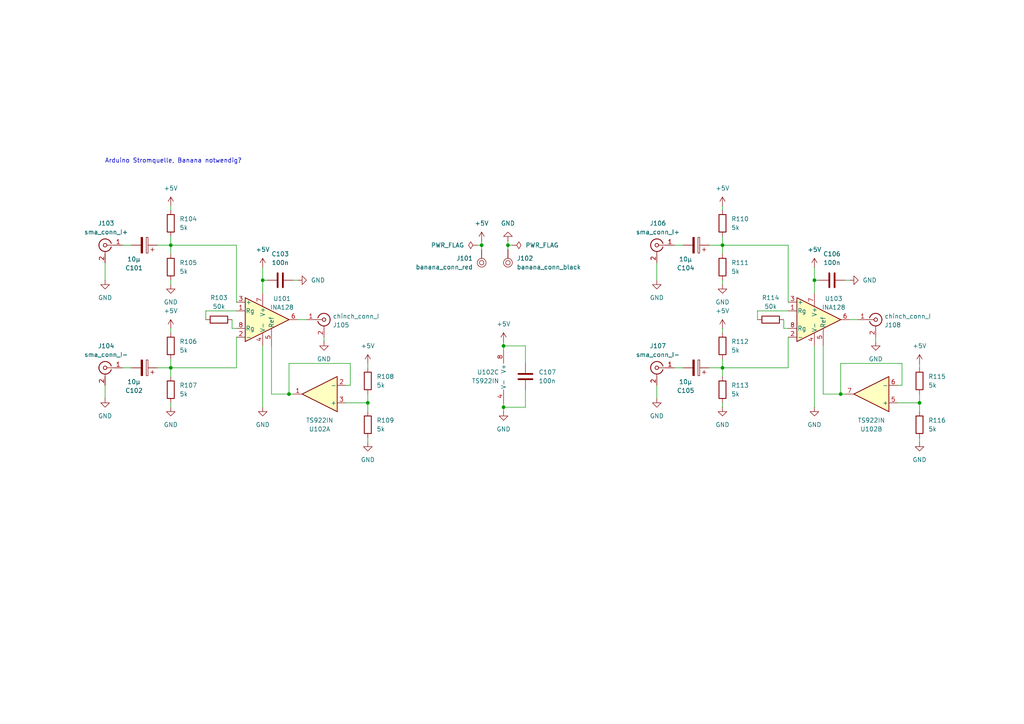
<source format=kicad_sch>
(kicad_sch (version 20250114) (generator "eeschema") (generator_version "9.0")
  (paper "A4")
  (lib_symbols
    (symbol "Amplifier_Instrumentation:INA128" (pin_names (offset 0.127))
      (property "Reference" "U" (at 3.81 3.175 0))
      (property "Value" "INA128" (at 3.81 -3.175 0))
      (symbol "INA128_0_1"
        (polyline (pts (xy 7.62 0) (xy -5.08 6.35) (xy -5.08 -6.35) (xy 7.62 0)) (stroke (width 0.254)) (fill (type background)))
      )
      (symbol "INA128_1_1"
        (pin input line (at -7.62 5.08 0) (length 2.54) (name "+") (number "3"))
        (pin passive line (at -7.62 2.54 0) (length 2.54) (name "Rg") (number "1"))
        (pin passive line (at -7.62 -2.54 0) (length 2.54) (name "Rg") (number "8"))
        (pin input line (at -7.62 -5.08 0) (length 2.54) (name "-") (number "2"))
        (pin power_in line (at 0 7.62 270) (length 3.81) (name "V+") (number "7"))
        (pin power_in line (at 0 -7.62 90) (length 3.81) (name "V-") (number "4"))
        (pin input line (at 2.54 -7.62 90) (length 5.08) (name "Ref") (number "5"))
        (pin output line (at 10.16 0 180) (length 2.54) (name "~") (number "6"))
      )
    )
    (symbol "Connector:Conn_Coaxial" (pin_names (offset 1.016) (hide yes))
      (property "Reference" "J" (at 0.254 3.048 0))
      (property "Value" "Conn_Coaxial" (at 2.921 0 90))
      (symbol "Conn_Coaxial_0_1"
        (polyline (pts (xy -2.54 0) (xy -0.508 0)))
        (arc (start 1.778 0) (mid 0.222 -1.8079) (end -1.778 -0.508) (stroke (width 0.254)))
        (arc (start -1.778 0.508) (mid 0.2221 1.8084) (end 1.778 0) (stroke (width 0.254)))
        (circle (center 0 0) (radius 0.508) (stroke (width 0.2032)))
        (polyline (pts (xy 0 -2.54) (xy 0 -1.778)))
      )
      (symbol "Conn_Coaxial_1_1"
        (pin passive line (at -5.08 0 0) (length 2.54) (name "In") (number "1"))
        (pin passive line (at 0 -5.08 90) (length 2.54) (name "Ext") (number "2"))
      )
    )
    (symbol "Device:C" (pin_numbers (hide yes)) (pin_names (offset 0.254))
      (property "Reference" "C" (at 0.635 2.54 0))
      (property "Value" "C" (at 0.635 -2.54 0))
      (symbol "C_0_1"
        (polyline (pts (xy -2.032 0.762) (xy 2.032 0.762)) (stroke (width 0.508)))
        (polyline (pts (xy -2.032 -0.762) (xy 2.032 -0.762)) (stroke (width 0.508)))
      )
      (symbol "C_1_1"
        (pin passive line (at 0 3.81 270) (length 2.794) (name "~") (number "1"))
        (pin passive line (at 0 -3.81 90) (length 2.794) (name "~") (number "2"))
      )
    )
    (symbol "Device:C_Polarized" (pin_numbers (hide yes)) (pin_names (offset 0.254))
      (property "Reference" "C" (at 0.635 2.54 0))
      (property "Value" "C_Polarized" (at 0.635 -2.54 0))
      (symbol "C_Polarized_0_1"
        (rectangle (start -2.286 0.508) (end 2.286 1.016))
        (polyline (pts (xy -1.778 2.286) (xy -0.762 2.286)))
        (polyline (pts (xy -1.27 2.794) (xy -1.27 1.778)))
        (rectangle (start 2.286 -0.508) (end -2.286 -1.016) (fill (type outline)))
      )
      (symbol "C_Polarized_1_1"
        (pin passive line (at 0 3.81 270) (length 2.794) (name "~") (number "1"))
        (pin passive line (at 0 -3.81 90) (length 2.794) (name "~") (number "2"))
      )
    )
    (symbol "Device:R" (pin_numbers (hide yes)) (pin_names (offset 0))
      (property "Reference" "R" (at 2.032 0 90))
      (property "Value" "R" (at 0 0 90))
      (symbol "R_0_1"
        (rectangle (start -1.016 -2.54) (end 1.016 2.54) (stroke (width 0.254)))
      )
      (symbol "R_1_1"
        (pin passive line (at 0 3.81 270) (length 1.27) (name "~") (number "1"))
        (pin passive line (at 0 -3.81 90) (length 1.27) (name "~") (number "2"))
      )
    )
    (symbol "TS922IN_Own:TS922IN" (pin_names (offset 0.127))
      (property "Reference" "U" (at 0 5.08 0))
      (property "Value" "TS922IN" (at 0 -5.08 0))
      (symbol "TS922IN_1_1"
        (polyline (pts (xy -5.08 5.08) (xy 5.08 0) (xy -5.08 -5.08) (xy -5.08 5.08)) (stroke (width 0.254)) (fill (type background)))
        (pin input line (at -7.62 2.54 0) (length 2.54) (name "+") (number "3"))
        (pin input line (at -7.62 -2.54 0) (length 2.54) (name "-") (number "2"))
        (pin output line (at 7.62 0 180) (length 2.54) (name "~") (number "1"))
      )
      (symbol "TS922IN_2_1"
        (polyline (pts (xy -5.08 5.08) (xy 5.08 0) (xy -5.08 -5.08) (xy -5.08 5.08)) (stroke (width 0.254)) (fill (type background)))
        (pin input line (at -7.62 2.54 0) (length 2.54) (name "+") (number "5"))
        (pin input line (at -7.62 -2.54 0) (length 2.54) (name "-") (number "6"))
        (pin output line (at 7.62 0 180) (length 2.54) (name "~") (number "7"))
      )
      (symbol "TS922IN_3_1"
        (pin power_in line (at -2.54 7.62 270) (length 3.81) (name "V+") (number "8"))
        (pin power_in line (at -2.54 -7.62 90) (length 3.81) (name "V-") (number "4"))
      )
    )
    (symbol "dk_Banana-and-Tip-Connectors-Jacks-Plugs:105-1102-001" (pin_numbers (hide yes)) (pin_names (offset 1.016) (hide yes))
      (property "Reference" "J" (at -1.27 1.27 0))
      (property "Value" "105-1102-001" (at 1.27 -2.54 0))
      (symbol "105-1102-001_0_1"
        (circle (center 0 0) (radius 1.27))
      )
      (symbol "105-1102-001_1_1"
        (circle (center 0 0) (radius 0.635))
        (pin passive line (at 0 -3.81 90) (length 2.54) (name "~") (number "1"))
      )
    )
    (symbol "dk_Banana-and-Tip-Connectors-Jacks-Plugs:105-1103-001" (pin_numbers (hide yes)) (pin_names (offset 1.016) (hide yes))
      (property "Reference" "J" (at -1.27 1.27 0))
      (property "Value" "105-1103-001" (at 1.27 -2.54 0))
      (symbol "105-1103-001_1_1"
        (circle (center 0 0) (radius 0.635))
        (circle (center 0 0) (radius 1.27))
        (pin passive line (at 0 -3.81 90) (length 2.54) (name "~") (number "1"))
      )
    )
    (symbol "power:+5V" (power) (pin_numbers (hide yes)) (pin_names (offset 0) (hide yes))
      (property "Value" "+5V" (at 0 3.556 0))
      (symbol "+5V_0_1"
        (polyline (pts (xy -0.762 1.27) (xy 0 2.54)))
        (polyline (pts (xy 0 2.54) (xy 0.762 1.27)))
        (polyline (pts (xy 0 0) (xy 0 2.54)))
      )
      (symbol "+5V_1_1"
        (pin power_in line (at 0 0 90) (length 0) (name "~") (number "1"))
      )
    )
    (symbol "power:GND" (power) (pin_numbers (hide yes)) (pin_names (offset 0) (hide yes))
      (property "Value" "GND" (at 0 -3.81 0))
      (symbol "GND_0_1"
        (polyline (pts (xy 0 0) (xy 0 -1.27) (xy 1.27 -1.27) (xy 0 -2.54) (xy -1.27 -1.27) (xy 0 -1.27)))
      )
      (symbol "GND_1_1"
        (pin power_in line (at 0 0 270) (length 0) (name "~") (number "1"))
      )
    )
    (symbol "power:PWR_FLAG" (power) (pin_numbers (hide yes)) (pin_names (offset 0) (hide yes))
      (property "Value" "PWR_FLAG" (at 0 3.81 0))
      (symbol "PWR_FLAG_0_0"
        (pin power_out line (at 0 0 90) (length 0) (name "~") (number "1"))
      )
      (symbol "PWR_FLAG_0_1"
        (polyline (pts (xy 0 0) (xy 0 1.27) (xy -1.016 1.905) (xy 0 2.54) (xy 1.016 1.905) (xy 0 1.27)))
      )
    )
  )
  (text "Arduino Stromquelle, Banana notwendig?\n" (at 50.292 46.736 0) (effects (font (size 1.27 1.27))))
  (junction (at 146.05 118.11))
  (junction (at 106.68 116.84))
  (junction (at 266.7 116.84))
  (junction (at 49.53 106.68))
  (junction (at 147.32 71.12))
  (junction (at 209.55 71.12))
  (junction (at 76.2 81.28))
  (junction (at 243.84 114.3))
  (junction (at 209.55 106.68))
  (junction (at 236.22 81.28))
  (junction (at 146.05 100.33))
  (junction (at 83.82 114.3))
  (junction (at 139.7 71.12))
  (junction (at 49.53 71.12))
  (wire (pts (xy 266.7 127) (xy 266.7 128.27)))
  (wire (pts (xy 209.55 104.14) (xy 209.55 106.68)))
  (wire (pts (xy 209.55 59.69) (xy 209.55 60.96)))
  (wire (pts (xy 236.22 100.33) (xy 236.22 118.11)))
  (wire (pts (xy 83.82 114.3) (xy 83.82 105.41)))
  (wire (pts (xy 205.74 106.68) (xy 209.55 106.68)))
  (wire (pts (xy 152.4 113.03) (xy 152.4 118.11)))
  (wire (pts (xy 93.98 97.79) (xy 93.98 99.06)))
  (wire (pts (xy 76.2 100.33) (xy 76.2 118.11)))
  (wire (pts (xy 209.55 106.68) (xy 228.6 106.68)))
  (wire (pts (xy 261.62 105.41) (xy 261.62 111.76)))
  (wire (pts (xy 152.4 100.33) (xy 152.4 105.41)))
  (wire (pts (xy 49.53 68.58) (xy 49.53 71.12)))
  (wire (pts (xy 219.71 92.71) (xy 219.71 90.17)))
  (wire (pts (xy 76.2 77.47) (xy 76.2 81.28)))
  (wire (pts (xy 243.84 105.41) (xy 261.62 105.41)))
  (wire (pts (xy 209.55 106.68) (xy 209.55 109.22)))
  (wire (pts (xy 190.5 111.76) (xy 190.5 115.57)))
  (wire (pts (xy 236.22 81.28) (xy 237.49 81.28)))
  (wire (pts (xy 243.84 114.3) (xy 238.76 114.3)))
  (wire (pts (xy 209.55 95.25) (xy 209.55 96.52)))
  (wire (pts (xy 227.33 95.25) (xy 228.6 95.25)))
  (wire (pts (xy 243.84 114.3) (xy 245.11 114.3)))
  (wire (pts (xy 106.68 127) (xy 106.68 128.27)))
  (wire (pts (xy 138.43 71.12) (xy 139.7 71.12)))
  (wire (pts (xy 76.2 81.28) (xy 76.2 85.09)))
  (wire (pts (xy 30.48 76.2) (xy 30.48 81.28)))
  (wire (pts (xy 260.35 116.84) (xy 266.7 116.84)))
  (wire (pts (xy 49.53 106.68) (xy 49.53 109.22)))
  (wire (pts (xy 83.82 105.41) (xy 101.6 105.41)))
  (wire (pts (xy 261.62 111.76) (xy 260.35 111.76)))
  (wire (pts (xy 49.53 59.69) (xy 49.53 60.96)))
  (wire (pts (xy 266.7 114.3) (xy 266.7 116.84)))
  (wire (pts (xy 86.36 81.28) (xy 85.09 81.28)))
  (wire (pts (xy 49.53 106.68) (xy 68.58 106.68)))
  (wire (pts (xy 101.6 105.41) (xy 101.6 111.76)))
  (wire (pts (xy 205.74 71.12) (xy 209.55 71.12)))
  (wire (pts (xy 78.74 100.33) (xy 78.74 114.3)))
  (wire (pts (xy 147.32 69.85) (xy 147.32 71.12)))
  (wire (pts (xy 146.05 100.33) (xy 146.05 101.6)))
  (wire (pts (xy 219.71 90.17) (xy 228.6 90.17)))
  (wire (pts (xy 209.55 68.58) (xy 209.55 71.12)))
  (wire (pts (xy 266.7 119.38) (xy 266.7 116.84)))
  (wire (pts (xy 228.6 106.68) (xy 228.6 97.79)))
  (wire (pts (xy 209.55 71.12) (xy 228.6 71.12)))
  (wire (pts (xy 35.56 71.12) (xy 38.1 71.12)))
  (wire (pts (xy 49.53 71.12) (xy 68.58 71.12)))
  (wire (pts (xy 49.53 71.12) (xy 49.53 73.66)))
  (wire (pts (xy 38.1 106.68) (xy 35.56 106.68)))
  (wire (pts (xy 30.48 111.76) (xy 30.48 115.57)))
  (wire (pts (xy 49.53 116.84) (xy 49.53 118.11)))
  (wire (pts (xy 45.72 106.68) (xy 49.53 106.68)))
  (wire (pts (xy 146.05 116.84) (xy 146.05 118.11)))
  (wire (pts (xy 76.2 81.28) (xy 77.47 81.28)))
  (wire (pts (xy 49.53 81.28) (xy 49.53 82.55)))
  (wire (pts (xy 68.58 106.68) (xy 68.58 97.79)))
  (wire (pts (xy 236.22 77.47) (xy 236.22 81.28)))
  (wire (pts (xy 147.32 71.12) (xy 148.59 71.12)))
  (wire (pts (xy 59.69 90.17) (xy 68.58 90.17)))
  (wire (pts (xy 243.84 114.3) (xy 243.84 105.41)))
  (wire (pts (xy 195.58 71.12) (xy 198.12 71.12)))
  (wire (pts (xy 86.36 92.71) (xy 88.9 92.71)))
  (wire (pts (xy 83.82 114.3) (xy 78.74 114.3)))
  (wire (pts (xy 209.55 81.28) (xy 209.55 82.55)))
  (wire (pts (xy 146.05 118.11) (xy 146.05 119.38)))
  (wire (pts (xy 246.38 81.28) (xy 245.11 81.28)))
  (wire (pts (xy 238.76 100.33) (xy 238.76 114.3)))
  (wire (pts (xy 106.68 119.38) (xy 106.68 116.84)))
  (wire (pts (xy 209.55 116.84) (xy 209.55 118.11)))
  (wire (pts (xy 106.68 114.3) (xy 106.68 116.84)))
  (wire (pts (xy 146.05 100.33) (xy 152.4 100.33)))
  (wire (pts (xy 236.22 81.28) (xy 236.22 85.09)))
  (wire (pts (xy 106.68 105.41) (xy 106.68 106.68)))
  (wire (pts (xy 68.58 71.12) (xy 68.58 87.63)))
  (wire (pts (xy 227.33 92.71) (xy 227.33 95.25)))
  (wire (pts (xy 152.4 118.11) (xy 146.05 118.11)))
  (wire (pts (xy 59.69 92.71) (xy 59.69 90.17)))
  (wire (pts (xy 139.7 69.85) (xy 139.7 71.12)))
  (wire (pts (xy 147.32 71.12) (xy 147.32 72.39)))
  (wire (pts (xy 254 97.79) (xy 254 99.06)))
  (wire (pts (xy 49.53 104.14) (xy 49.53 106.68)))
  (wire (pts (xy 146.05 99.06) (xy 146.05 100.33)))
  (wire (pts (xy 228.6 71.12) (xy 228.6 87.63)))
  (wire (pts (xy 83.82 114.3) (xy 85.09 114.3)))
  (wire (pts (xy 49.53 95.25) (xy 49.53 96.52)))
  (wire (pts (xy 190.5 76.2) (xy 190.5 81.28)))
  (wire (pts (xy 67.31 92.71) (xy 67.31 95.25)))
  (wire (pts (xy 67.31 95.25) (xy 68.58 95.25)))
  (wire (pts (xy 45.72 71.12) (xy 49.53 71.12)))
  (wire (pts (xy 100.33 116.84) (xy 106.68 116.84)))
  (wire (pts (xy 266.7 105.41) (xy 266.7 106.68)))
  (wire (pts (xy 198.12 106.68) (xy 195.58 106.68)))
  (wire (pts (xy 139.7 71.12) (xy 139.7 72.39)))
  (wire (pts (xy 101.6 111.76) (xy 100.33 111.76)))
  (wire (pts (xy 246.38 92.71) (xy 248.92 92.71)))
  (wire (pts (xy 209.55 71.12) (xy 209.55 73.66)))
  (symbol (lib_id "TS922IN_Own:TS922IN") (at 252.73 114.3 180) (unit 2)
    (property "Reference" "U102" (at 252.73 124.46 0))
    (property "Value" "TS922IN" (at 252.73 121.92 0))
    (property "Footprint" "Package_DIP:DIP-8_W7.62mm" (effects (hide yes)))
    (property "Datasheet" "http://www.ti.com/lit/ds/symlink/lm358.pdf" (effects (hide yes)))
    (property "Description" "Dual Operational Amplifiers, DIP-8/SOIC-8/TSSOP-8/VSSOP-8" (effects (hide yes)))
  )
  (symbol (lib_id "power:+5V") (at 146.05 99.06 0) (unit 1)
    (property "Reference" "#PWR0128" (effects (hide yes)))
    (property "Value" "+5V" (at 146.05 93.98 0))
    (property "Description" "Power symbol creates a global label with name \"+5V\"" (effects (hide yes)))
  )
  (symbol (lib_id "Device:R") (at 266.7 123.19 0) (unit 1)
    (property "Reference" "R116" (at 269.24 121.9199 0) (effects (justify left)))
    (property "Value" "5k" (at 269.24 124.4599 0) (effects (justify left)))
    (property "Footprint" "Resistor_THT:R_Axial_DIN0207_L6.3mm_D2.5mm_P10.16mm_Horizontal" (effects (hide yes)))
    (property "Description" "Resistor" (effects (hide yes)))
  )
  (symbol (lib_id "power:+5V") (at 236.22 77.47 0) (unit 1)
    (property "Reference" "#PWR0121" (effects (hide yes)))
    (property "Value" "+5V" (at 236.22 72.39 0))
    (property "Description" "Power symbol creates a global label with name \"+5V\"" (effects (hide yes)))
  )
  (symbol (lib_id "Amplifier_Instrumentation:INA128") (at 236.22 92.71 0) (unit 1)
    (property "Reference" "U103" (at 241.808 86.614 0))
    (property "Value" "INA128" (at 241.808 89.154 0))
    (property "Footprint" "Package_DIP:DIP-8_W7.62mm" (effects (hide yes)))
    (property "Datasheet" "http://www.ti.com/lit/ds/symlink/ina128.pdf" (effects (hide yes)))
    (property "Description" "Precision, Low Power Instrumentation Amplifier G = 1 + 50kOhm/Rg, DIP-8/SOIC-8" (effects (hide yes)))
  )
  (symbol (lib_id "Device:C_Polarized") (at 41.91 106.68 270) (mirror x) (unit 1)
    (property "Reference" "C102" (at 38.862 113.284 90))
    (property "Value" "10µ" (at 38.862 110.744 90))
    (property "Footprint" "Capacitor_THT:CP_Radial_D5.0mm_P2.00mm" (effects (hide yes)))
    (property "Description" "Polarized capacitor" (effects (hide yes)))
  )
  (symbol (lib_id "Device:R") (at 209.55 77.47 0) (unit 1)
    (property "Reference" "R111" (at 212.09 76.1999 0) (effects (justify left)))
    (property "Value" "5k" (at 212.09 78.7399 0) (effects (justify left)))
    (property "Footprint" "Resistor_THT:R_Axial_DIN0207_L6.3mm_D2.5mm_P10.16mm_Horizontal" (effects (hide yes)))
    (property "Description" "Resistor" (effects (hide yes)))
  )
  (symbol (lib_id "Device:R") (at 106.68 110.49 0) (unit 1)
    (property "Reference" "R108" (at 109.22 109.2199 0) (effects (justify left)))
    (property "Value" "5k" (at 109.22 111.7599 0) (effects (justify left)))
    (property "Footprint" "Resistor_THT:R_Axial_DIN0207_L6.3mm_D2.5mm_P10.16mm_Horizontal" (effects (hide yes)))
    (property "Description" "Resistor" (effects (hide yes)))
  )
  (symbol (lib_id "Device:R") (at 209.55 100.33 0) (unit 1)
    (property "Reference" "R112" (at 212.09 99.0599 0) (effects (justify left)))
    (property "Value" "5k" (at 212.09 101.5999 0) (effects (justify left)))
    (property "Footprint" "Resistor_THT:R_Axial_DIN0207_L6.3mm_D2.5mm_P10.16mm_Horizontal" (effects (hide yes)))
    (property "Description" "Resistor" (effects (hide yes)))
  )
  (symbol (lib_id "power:GND") (at 236.22 118.11 0) (unit 1)
    (property "Reference" "#PWR0122" (effects (hide yes)))
    (property "Value" "GND" (at 236.22 123.19 0))
    (property "Description" "Power symbol creates a global label with name \"GND\" , ground" (effects (hide yes)))
  )
  (symbol (lib_id "power:+5V") (at 49.53 59.69 0) (unit 1)
    (property "Reference" "#PWR0109" (effects (hide yes)))
    (property "Value" "+5V" (at 49.53 54.61 0))
    (property "Description" "Power symbol creates a global label with name \"+5V\"" (effects (hide yes)))
  )
  (symbol (lib_id "Connector:Conn_Coaxial") (at 190.5 71.12 0) (mirror y) (unit 1)
    (property "Reference" "J106" (at 190.8174 64.77 0))
    (property "Value" "sma_conn_I+" (at 190.8174 67.31 0))
    (property "Footprint" "Connector_Coaxial:SMA_Amphenol_901-143_Horizontal" (effects (hide yes)))
    (property "Description" "coaxial connector (BNC, SMA, SMB, SMC, Cinch/RCA, LEMO, ...)" (effects (hide yes)))
  )
  (symbol (lib_id "Device:R") (at 49.53 100.33 0) (unit 1)
    (property "Reference" "R106" (at 52.07 99.0599 0) (effects (justify left)))
    (property "Value" "5k" (at 52.07 101.5999 0) (effects (justify left)))
    (property "Footprint" "Resistor_THT:R_Axial_DIN0207_L6.3mm_D2.5mm_P10.16mm_Horizontal" (effects (hide yes)))
    (property "Description" "Resistor" (effects (hide yes)))
  )
  (symbol (lib_id "Device:C") (at 81.28 81.28 90) (unit 1)
    (property "Reference" "C103" (at 81.28 73.66 90))
    (property "Value" "100n" (at 81.28 76.2 90))
    (property "Footprint" "Capacitor_THT:CP_Radial_Tantal_D4.5mm_P2.50mm" (effects (hide yes)))
    (property "Description" "Unpolarized capacitor" (effects (hide yes)))
  )
  (symbol (lib_id "power:GND") (at 106.68 128.27 0) (unit 1)
    (property "Reference" "#PWR0106" (effects (hide yes)))
    (property "Value" "GND" (at 106.68 133.35 0))
    (property "Description" "Power symbol creates a global label with name \"GND\" , ground" (effects (hide yes)))
  )
  (symbol (lib_id "Device:R") (at 49.53 113.03 0) (unit 1)
    (property "Reference" "R107" (at 52.07 111.7599 0) (effects (justify left)))
    (property "Value" "5k" (at 52.07 114.2999 0) (effects (justify left)))
    (property "Footprint" "Resistor_THT:R_Axial_DIN0207_L6.3mm_D2.5mm_P10.16mm_Horizontal" (effects (hide yes)))
    (property "Description" "Resistor" (effects (hide yes)))
  )
  (symbol (lib_id "Connector:Conn_Coaxial") (at 30.48 106.68 0) (mirror y) (unit 1)
    (property "Reference" "J104" (at 30.7974 100.33 0))
    (property "Value" "sma_conn_I-" (at 30.7974 102.87 0))
    (property "Footprint" "Connector_Coaxial:SMA_Amphenol_901-143_Horizontal" (effects (hide yes)))
    (property "Description" "coaxial connector (BNC, SMA, SMB, SMC, Cinch/RCA, LEMO, ...)" (effects (hide yes)))
  )
  (symbol (lib_id "TS922IN_Own:TS922IN") (at 143.51 109.22 0) (mirror y) (unit 3)
    (property "Reference" "U102" (at 144.78 107.9499 0) (effects (justify left)))
    (property "Value" "TS922IN" (at 144.78 110.4899 0) (effects (justify left)))
    (property "Footprint" "Package_DIP:DIP-8_W7.62mm" (effects (hide yes)))
    (property "Datasheet" "http://www.ti.com/lit/ds/symlink/lm358.pdf" (effects (hide yes)))
    (property "Description" "Dual Operational Amplifiers, DIP-8/SOIC-8/TSSOP-8/VSSOP-8" (effects (hide yes)))
  )
  (symbol (lib_id "Amplifier_Instrumentation:INA128") (at 76.2 92.71 0) (unit 1)
    (property "Reference" "U101" (at 81.788 86.614 0))
    (property "Value" "INA128" (at 81.788 89.154 0))
    (property "Footprint" "Package_DIP:DIP-8_W7.62mm" (effects (hide yes)))
    (property "Datasheet" "http://www.ti.com/lit/ds/symlink/ina128.pdf" (effects (hide yes)))
    (property "Description" "Precision, Low Power Instrumentation Amplifier G = 1 + 50kOhm/Rg, DIP-8/SOIC-8" (effects (hide yes)))
  )
  (symbol (lib_id "power:GND") (at 86.36 81.28 90) (unit 1)
    (property "Reference" "#PWR0114" (effects (hide yes)))
    (property "Value" "GND" (at 90.17 81.2799 90) (effects (justify right)))
    (property "Description" "Power symbol creates a global label with name \"GND\" , ground" (effects (hide yes)))
  )
  (symbol (lib_id "power:GND") (at 49.53 118.11 0) (unit 1)
    (property "Reference" "#PWR0111" (effects (hide yes)))
    (property "Value" "GND" (at 49.53 123.19 0))
    (property "Description" "Power symbol creates a global label with name \"GND\" , ground" (effects (hide yes)))
  )
  (symbol (lib_id "Connector:Conn_Coaxial") (at 254 92.71 0) (unit 1)
    (property "Reference" "J108" (at 256.54 94.2733 0) (effects (justify left)))
    (property "Value" "chinch_conn_I" (at 256.54 91.7333 0) (effects (justify left)))
    (property "Footprint" "RCJ_047:RCJ047" (effects (hide yes)))
    (property "Description" "coaxial connector (BNC, SMA, SMB, SMC, Cinch/RCA, LEMO, ...)" (effects (hide yes)))
  )
  (symbol (lib_id "power:GND") (at 76.2 118.11 0) (unit 1)
    (property "Reference" "#PWR0104" (effects (hide yes)))
    (property "Value" "GND" (at 76.2 123.19 0))
    (property "Description" "Power symbol creates a global label with name \"GND\" , ground" (effects (hide yes)))
  )
  (symbol (lib_id "TS922IN_Own:TS922IN") (at 92.71 114.3 180) (unit 1)
    (property "Reference" "U102" (at 92.71 124.46 0))
    (property "Value" "TS922IN" (at 92.71 121.92 0))
    (property "Footprint" "Package_DIP:DIP-8_W7.62mm" (effects (hide yes)))
    (property "Datasheet" "http://www.ti.com/lit/ds/symlink/lm358.pdf" (effects (hide yes)))
    (property "Description" "Dual Operational Amplifiers, DIP-8/SOIC-8/TSSOP-8/VSSOP-8" (effects (hide yes)))
  )
  (symbol (lib_id "power:+5V") (at 266.7 105.41 0) (unit 1)
    (property "Reference" "#PWR0125" (effects (hide yes)))
    (property "Value" "+5V" (at 266.7 100.33 0))
    (property "Description" "Power symbol creates a global label with name \"+5V\"" (effects (hide yes)))
  )
  (symbol (lib_id "power:+5V") (at 76.2 77.47 0) (unit 1)
    (property "Reference" "#PWR0103" (effects (hide yes)))
    (property "Value" "+5V" (at 76.2 72.39 0))
    (property "Description" "Power symbol creates a global label with name \"+5V\"" (effects (hide yes)))
  )
  (symbol (lib_id "dk_Banana-and-Tip-Connectors-Jacks-Plugs:105-1102-001") (at 139.7 76.2 0) (mirror x) (unit 1)
    (property "Reference" "J101" (at 137.16 74.9299 0) (effects (justify right)))
    (property "Value" "banana_conn_red" (at 137.16 77.4699 0) (effects (justify right)))
    (property "Footprint" "Connector:Banana_Cliff_FCR7350R_S16N-PC_Horizontal" (effects (hide yes)))
    (property "Datasheet" "https://belfuse.com/resources/Johnson/drawings/dr-1051101001.pdf" (effects (hide yes)))
    (property "Description" "CONN TIP JACK SOLDER RED" (effects (hide yes)))
    (property "Digi-Key_PN" "J576-ND" (effects (hide yes)))
    (property "MPN" "105-1102-001" (effects (hide yes)))
    (property "Category" "Connectors, Interconnects" (effects (hide yes)))
    (property "Family" "Banana and Tip Connectors - Jacks, Plugs" (effects (hide yes)))
    (property "DK_Datasheet_Link" "https://belfuse.com/resources/Johnson/drawings/dr-1051101001.pdf" (effects (hide yes)))
    (property "DK_Detail_Page" "/product-detail/en/cinch-connectivity-solutions-johnson/105-1102-001/J576-ND/241121" (effects (hide yes)))
    (property "Description_1" "CONN TIP JACK SOLDER RED" (effects (hide yes)))
    (property "Manufacturer" "Cinch Connectivity Solutions Johnson" (effects (hide yes)))
    (property "Status" "Active" (effects (hide yes)))
  )
  (symbol (lib_id "power:+5V") (at 49.53 95.25 0) (unit 1)
    (property "Reference" "#PWR0110" (effects (hide yes)))
    (property "Value" "+5V" (at 49.53 90.17 0))
    (property "Description" "Power symbol creates a global label with name \"+5V\"" (effects (hide yes)))
  )
  (symbol (lib_id "power:+5V") (at 106.68 105.41 0) (unit 1)
    (property "Reference" "#PWR0105" (effects (hide yes)))
    (property "Value" "+5V" (at 106.68 100.33 0))
    (property "Description" "Power symbol creates a global label with name \"+5V\"" (effects (hide yes)))
  )
  (symbol (lib_id "power:GND") (at 147.32 69.85 180) (unit 1)
    (property "Reference" "#PWR0102" (effects (hide yes)))
    (property "Value" "GND" (at 147.32 64.77 0))
    (property "Description" "Power symbol creates a global label with name \"GND\" , ground" (effects (hide yes)))
  )
  (symbol (lib_id "power:PWR_FLAG") (at 148.59 71.12 270) (unit 1)
    (property "Reference" "#FLG0102" (effects (hide yes)))
    (property "Value" "PWR_FLAG" (at 152.4 71.1199 90) (effects (justify left)))
    (property "Description" "Special symbol for telling ERC where power comes from" (effects (hide yes)))
  )
  (symbol (lib_id "power:GND") (at 30.48 115.57 0) (unit 1)
    (property "Reference" "#PWR0112" (effects (hide yes)))
    (property "Value" "GND" (at 30.48 120.65 0))
    (property "Description" "Power symbol creates a global label with name \"GND\" , ground" (effects (hide yes)))
  )
  (symbol (lib_id "Device:R") (at 49.53 77.47 0) (unit 1)
    (property "Reference" "R105" (at 52.07 76.1999 0) (effects (justify left)))
    (property "Value" "5k" (at 52.07 78.7399 0) (effects (justify left)))
    (property "Footprint" "Resistor_THT:R_Axial_DIN0207_L6.3mm_D2.5mm_P10.16mm_Horizontal" (effects (hide yes)))
    (property "Description" "Resistor" (effects (hide yes)))
  )
  (symbol (lib_id "Device:C_Polarized") (at 41.91 71.12 270) (mirror x) (unit 1)
    (property "Reference" "C101" (at 38.862 77.724 90))
    (property "Value" "10µ" (at 38.862 75.184 90))
    (property "Footprint" "Capacitor_THT:CP_Radial_D5.0mm_P2.00mm" (effects (hide yes)))
    (property "Description" "Polarized capacitor" (effects (hide yes)))
  )
  (symbol (lib_id "power:GND") (at 190.5 115.57 0) (unit 1)
    (property "Reference" "#PWR0116" (effects (hide yes)))
    (property "Value" "GND" (at 190.5 120.65 0))
    (property "Description" "Power symbol creates a global label with name \"GND\" , ground" (effects (hide yes)))
  )
  (symbol (lib_id "Connector:Conn_Coaxial") (at 190.5 106.68 0) (mirror y) (unit 1)
    (property "Reference" "J107" (at 190.8174 100.33 0))
    (property "Value" "sma_conn_I-" (at 190.8174 102.87 0))
    (property "Footprint" "Connector_Coaxial:SMA_Amphenol_901-143_Horizontal" (effects (hide yes)))
    (property "Description" "coaxial connector (BNC, SMA, SMB, SMC, Cinch/RCA, LEMO, ...)" (effects (hide yes)))
  )
  (symbol (lib_id "Device:C") (at 152.4 109.22 0) (unit 1)
    (property "Reference" "C107" (at 156.21 107.9499 0) (effects (justify left)))
    (property "Value" "100n" (at 156.21 110.4899 0) (effects (justify left)))
    (property "Footprint" "Capacitor_THT:CP_Radial_Tantal_D4.5mm_P2.50mm" (effects (hide yes)))
    (property "Description" "Unpolarized capacitor" (effects (hide yes)))
  )
  (symbol (lib_id "Device:R") (at 223.52 92.71 90) (unit 1)
    (property "Reference" "R114" (at 223.52 86.36 90))
    (property "Value" "50k" (at 223.52 88.9 90))
    (property "Footprint" "Resistor_THT:R_Axial_DIN0207_L6.3mm_D2.5mm_P10.16mm_Horizontal" (effects (hide yes)))
    (property "Description" "Resistor" (effects (hide yes)))
  )
  (symbol (lib_id "Connector:Conn_Coaxial") (at 30.48 71.12 0) (mirror y) (unit 1)
    (property "Reference" "J103" (at 30.7974 64.77 0))
    (property "Value" "sma_conn_I+" (at 30.7974 67.31 0))
    (property "Footprint" "Connector_Coaxial:SMA_Amphenol_901-143_Horizontal" (effects (hide yes)))
    (property "Description" "coaxial connector (BNC, SMA, SMB, SMC, Cinch/RCA, LEMO, ...)" (effects (hide yes)))
  )
  (symbol (lib_id "power:+5V") (at 209.55 59.69 0) (unit 1)
    (property "Reference" "#PWR0117" (effects (hide yes)))
    (property "Value" "+5V" (at 209.55 54.61 0))
    (property "Description" "Power symbol creates a global label with name \"+5V\"" (effects (hide yes)))
  )
  (symbol (lib_id "Device:C_Polarized") (at 201.93 106.68 270) (mirror x) (unit 1)
    (property "Reference" "C105" (at 198.882 113.284 90))
    (property "Value" "10µ" (at 198.882 110.744 90))
    (property "Footprint" "Capacitor_THT:CP_Radial_D5.0mm_P2.00mm" (effects (hide yes)))
    (property "Description" "Polarized capacitor" (effects (hide yes)))
  )
  (symbol (lib_id "power:GND") (at 266.7 128.27 0) (unit 1)
    (property "Reference" "#PWR0126" (effects (hide yes)))
    (property "Value" "GND" (at 266.7 133.35 0))
    (property "Description" "Power symbol creates a global label with name \"GND\" , ground" (effects (hide yes)))
  )
  (symbol (lib_id "power:GND") (at 246.38 81.28 90) (unit 1)
    (property "Reference" "#PWR0123" (effects (hide yes)))
    (property "Value" "GND" (at 250.19 81.2799 90) (effects (justify right)))
    (property "Description" "Power symbol creates a global label with name \"GND\" , ground" (effects (hide yes)))
  )
  (symbol (lib_id "power:GND") (at 209.55 118.11 0) (unit 1)
    (property "Reference" "#PWR0120" (effects (hide yes)))
    (property "Value" "GND" (at 209.55 123.19 0))
    (property "Description" "Power symbol creates a global label with name \"GND\" , ground" (effects (hide yes)))
  )
  (symbol (lib_id "power:GND") (at 190.5 81.28 0) (unit 1)
    (property "Reference" "#PWR0115" (effects (hide yes)))
    (property "Value" "GND" (at 190.5 86.36 0))
    (property "Description" "Power symbol creates a global label with name \"GND\" , ground" (effects (hide yes)))
  )
  (symbol (lib_id "Device:R") (at 209.55 64.77 0) (unit 1)
    (property "Reference" "R110" (at 212.09 63.4999 0) (effects (justify left)))
    (property "Value" "5k" (at 212.09 66.0399 0) (effects (justify left)))
    (property "Footprint" "Resistor_THT:R_Axial_DIN0207_L6.3mm_D2.5mm_P10.16mm_Horizontal" (effects (hide yes)))
    (property "Description" "Resistor" (effects (hide yes)))
  )
  (symbol (lib_id "power:+5V") (at 139.7 69.85 0) (unit 1)
    (property "Reference" "#PWR0101" (effects (hide yes)))
    (property "Value" "+5V" (at 139.7 64.77 0))
    (property "Description" "Power symbol creates a global label with name \"+5V\"" (effects (hide yes)))
  )
  (symbol (lib_id "power:GND") (at 146.05 119.38 0) (unit 1)
    (property "Reference" "#PWR0127" (effects (hide yes)))
    (property "Value" "GND" (at 146.05 124.46 0))
    (property "Description" "Power symbol creates a global label with name \"GND\" , ground" (effects (hide yes)))
  )
  (symbol (lib_id "power:GND") (at 209.55 82.55 0) (unit 1)
    (property "Reference" "#PWR0118" (effects (hide yes)))
    (property "Value" "GND" (at 209.55 87.63 0))
    (property "Description" "Power symbol creates a global label with name \"GND\" , ground" (effects (hide yes)))
  )
  (symbol (lib_id "Device:R") (at 63.5 92.71 90) (unit 1)
    (property "Reference" "R103" (at 63.5 86.36 90))
    (property "Value" "50k" (at 63.5 88.9 90))
    (property "Footprint" "Resistor_THT:R_Axial_DIN0207_L6.3mm_D2.5mm_P10.16mm_Horizontal" (effects (hide yes)))
    (property "Description" "Resistor" (effects (hide yes)))
  )
  (symbol (lib_id "Connector:Conn_Coaxial") (at 93.98 92.71 0) (unit 1)
    (property "Reference" "J105" (at 96.52 94.2733 0) (effects (justify left)))
    (property "Value" "chinch_conn_I" (at 96.52 91.7333 0) (effects (justify left)))
    (property "Footprint" "RCJ_047:RCJ047" (effects (hide yes)))
    (property "Description" "coaxial connector (BNC, SMA, SMB, SMC, Cinch/RCA, LEMO, ...)" (effects (hide yes)))
  )
  (symbol (lib_id "power:GND") (at 93.98 99.06 0) (unit 1)
    (property "Reference" "#PWR0113" (effects (hide yes)))
    (property "Value" "GND" (at 93.98 104.14 0))
    (property "Description" "Power symbol creates a global label with name \"GND\" , ground" (effects (hide yes)))
  )
  (symbol (lib_id "Device:R") (at 106.68 123.19 0) (unit 1)
    (property "Reference" "R109" (at 109.22 121.9199 0) (effects (justify left)))
    (property "Value" "5k" (at 109.22 124.4599 0) (effects (justify left)))
    (property "Footprint" "Resistor_THT:R_Axial_DIN0207_L6.3mm_D2.5mm_P10.16mm_Horizontal" (effects (hide yes)))
    (property "Description" "Resistor" (effects (hide yes)))
  )
  (symbol (lib_id "Device:C_Polarized") (at 201.93 71.12 270) (mirror x) (unit 1)
    (property "Reference" "C104" (at 198.882 77.724 90))
    (property "Value" "10µ" (at 198.882 75.184 90))
    (property "Footprint" "Capacitor_THT:CP_Radial_D5.0mm_P2.00mm" (effects (hide yes)))
    (property "Description" "Polarized capacitor" (effects (hide yes)))
  )
  (symbol (lib_id "power:+5V") (at 209.55 95.25 0) (unit 1)
    (property "Reference" "#PWR0119" (effects (hide yes)))
    (property "Value" "+5V" (at 209.55 90.17 0))
    (property "Description" "Power symbol creates a global label with name \"+5V\"" (effects (hide yes)))
  )
  (symbol (lib_id "Device:R") (at 266.7 110.49 0) (unit 1)
    (property "Reference" "R115" (at 269.24 109.2199 0) (effects (justify left)))
    (property "Value" "5k" (at 269.24 111.7599 0) (effects (justify left)))
    (property "Footprint" "Resistor_THT:R_Axial_DIN0207_L6.3mm_D2.5mm_P10.16mm_Horizontal" (effects (hide yes)))
    (property "Description" "Resistor" (effects (hide yes)))
  )
  (symbol (lib_id "power:PWR_FLAG") (at 138.43 71.12 90) (unit 1)
    (property "Reference" "#FLG0101" (effects (hide yes)))
    (property "Value" "PWR_FLAG" (at 134.62 71.1199 90) (effects (justify left)))
    (property "Description" "Special symbol for telling ERC where power comes from" (effects (hide yes)))
  )
  (symbol (lib_id "power:GND") (at 30.48 81.28 0) (unit 1)
    (property "Reference" "#PWR0107" (effects (hide yes)))
    (property "Value" "GND" (at 30.48 86.36 0))
    (property "Description" "Power symbol creates a global label with name \"GND\" , ground" (effects (hide yes)))
  )
  (symbol (lib_id "power:GND") (at 49.53 82.55 0) (unit 1)
    (property "Reference" "#PWR0108" (effects (hide yes)))
    (property "Value" "GND" (at 49.53 87.63 0))
    (property "Description" "Power symbol creates a global label with name \"GND\" , ground" (effects (hide yes)))
  )
  (symbol (lib_id "Device:R") (at 49.53 64.77 0) (unit 1)
    (property "Reference" "R104" (at 52.07 63.4999 0) (effects (justify left)))
    (property "Value" "5k" (at 52.07 66.0399 0) (effects (justify left)))
    (property "Footprint" "Resistor_THT:R_Axial_DIN0207_L6.3mm_D2.5mm_P10.16mm_Horizontal" (effects (hide yes)))
    (property "Description" "Resistor" (effects (hide yes)))
  )
  (symbol (lib_id "Device:C") (at 241.3 81.28 90) (unit 1)
    (property "Reference" "C106" (at 241.3 73.66 90))
    (property "Value" "100n" (at 241.3 76.2 90))
    (property "Footprint" "Capacitor_THT:CP_Radial_Tantal_D4.5mm_P2.50mm" (effects (hide yes)))
    (property "Description" "Unpolarized capacitor" (effects (hide yes)))
  )
  (symbol (lib_id "dk_Banana-and-Tip-Connectors-Jacks-Plugs:105-1103-001") (at 147.32 76.2 180) (unit 1)
    (property "Reference" "J102" (at 149.86 74.9299 0) (effects (justify right)))
    (property "Value" "banana_conn_black" (at 149.86 77.4699 0) (effects (justify right)))
    (property "Footprint" "Connector:Banana_Cliff_FCR7350B_S16N-PC_Horizontal" (effects (hide yes)))
    (property "Datasheet" "https://belfuse.com/resources/Johnson/drawings/dr-1051101001.pdf" (effects (hide yes)))
    (property "Description" "CONN TIP JACK SOLDER BLACK" (effects (hide yes)))
    (property "Digi-Key_PN" "J577-ND" (effects (hide yes)))
    (property "MPN" "105-1103-001" (effects (hide yes)))
    (property "Category" "Connectors, Interconnects" (effects (hide yes)))
    (property "Family" "Banana and Tip Connectors - Jacks, Plugs" (effects (hide yes)))
    (property "DK_Datasheet_Link" "https://belfuse.com/resources/Johnson/drawings/dr-1051101001.pdf" (effects (hide yes)))
    (property "DK_Detail_Page" "/product-detail/en/cinch-connectivity-solutions-johnson/105-1103-001/J577-ND/241122" (effects (hide yes)))
    (property "Description_1" "CONN TIP JACK SOLDER BLACK" (effects (hide yes)))
    (property "Manufacturer" "Cinch Connectivity Solutions Johnson" (effects (hide yes)))
    (property "Status" "Active" (effects (hide yes)))
  )
  (symbol (lib_id "Device:R") (at 209.55 113.03 0) (unit 1)
    (property "Reference" "R113" (at 212.09 111.7599 0) (effects (justify left)))
    (property "Value" "5k" (at 212.09 114.2999 0) (effects (justify left)))
    (property "Footprint" "Resistor_THT:R_Axial_DIN0207_L6.3mm_D2.5mm_P10.16mm_Horizontal" (effects (hide yes)))
    (property "Description" "Resistor" (effects (hide yes)))
  )
  (symbol (lib_id "power:GND") (at 254 99.06 0) (unit 1)
    (property "Reference" "#PWR0124" (effects (hide yes)))
    (property "Value" "GND" (at 254 104.14 0))
    (property "Description" "Power symbol creates a global label with name \"GND\" , ground" (effects (hide yes)))
  )
)
</source>
